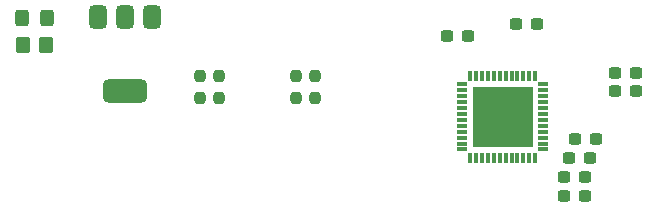
<source format=gtp>
G04 #@! TF.GenerationSoftware,KiCad,Pcbnew,8.0.8*
G04 #@! TF.CreationDate,2025-02-13T13:17:33+02:00*
G04 #@! TF.ProjectId,civic_serializer,63697669-635f-4736-9572-69616c697a65,rev?*
G04 #@! TF.SameCoordinates,Original*
G04 #@! TF.FileFunction,Paste,Top*
G04 #@! TF.FilePolarity,Positive*
%FSLAX46Y46*%
G04 Gerber Fmt 4.6, Leading zero omitted, Abs format (unit mm)*
G04 Created by KiCad (PCBNEW 8.0.8) date 2025-02-13 13:17:33*
%MOMM*%
%LPD*%
G01*
G04 APERTURE LIST*
G04 Aperture macros list*
%AMRoundRect*
0 Rectangle with rounded corners*
0 $1 Rounding radius*
0 $2 $3 $4 $5 $6 $7 $8 $9 X,Y pos of 4 corners*
0 Add a 4 corners polygon primitive as box body*
4,1,4,$2,$3,$4,$5,$6,$7,$8,$9,$2,$3,0*
0 Add four circle primitives for the rounded corners*
1,1,$1+$1,$2,$3*
1,1,$1+$1,$4,$5*
1,1,$1+$1,$6,$7*
1,1,$1+$1,$8,$9*
0 Add four rect primitives between the rounded corners*
20,1,$1+$1,$2,$3,$4,$5,0*
20,1,$1+$1,$4,$5,$6,$7,0*
20,1,$1+$1,$6,$7,$8,$9,0*
20,1,$1+$1,$8,$9,$2,$3,0*%
G04 Aperture macros list end*
%ADD10RoundRect,0.237500X-0.300000X-0.237500X0.300000X-0.237500X0.300000X0.237500X-0.300000X0.237500X0*%
%ADD11RoundRect,0.237500X-0.237500X0.250000X-0.237500X-0.250000X0.237500X-0.250000X0.237500X0.250000X0*%
%ADD12RoundRect,0.375000X-0.375000X0.625000X-0.375000X-0.625000X0.375000X-0.625000X0.375000X0.625000X0*%
%ADD13RoundRect,0.500000X-1.400000X0.500000X-1.400000X-0.500000X1.400000X-0.500000X1.400000X0.500000X0*%
%ADD14R,0.300000X0.900000*%
%ADD15R,0.900000X0.300000*%
%ADD16R,5.200000X5.200000*%
%ADD17RoundRect,0.250000X-0.325000X-0.450000X0.325000X-0.450000X0.325000X0.450000X-0.325000X0.450000X0*%
%ADD18RoundRect,0.250000X-0.350000X-0.450000X0.350000X-0.450000X0.350000X0.450000X-0.350000X0.450000X0*%
%ADD19RoundRect,0.237500X0.300000X0.237500X-0.300000X0.237500X-0.300000X-0.237500X0.300000X-0.237500X0*%
%ADD20RoundRect,0.237500X0.237500X-0.250000X0.237500X0.250000X-0.237500X0.250000X-0.237500X-0.250000X0*%
G04 APERTURE END LIST*
D10*
X149073900Y-89687600D03*
X150798900Y-89687600D03*
D11*
X117272000Y-84355500D03*
X117272000Y-86180500D03*
D10*
X152477500Y-85649000D03*
X154202500Y-85649000D03*
D12*
X113222000Y-79324000D03*
X110922000Y-79324000D03*
D13*
X110922000Y-85624000D03*
D12*
X108622000Y-79324000D03*
D10*
X148565900Y-91262400D03*
X150290900Y-91262400D03*
D11*
X127051000Y-84355500D03*
X127051000Y-86180500D03*
D10*
X148159500Y-94539000D03*
X149884500Y-94539000D03*
D14*
X140176000Y-91258000D03*
X140676000Y-91258000D03*
X141176000Y-91258000D03*
X141676000Y-91258000D03*
X142176000Y-91258000D03*
X142676000Y-91258000D03*
X143176000Y-91258000D03*
X143676000Y-91258000D03*
X144176000Y-91258000D03*
X144676000Y-91258000D03*
X145176000Y-91258000D03*
X145676000Y-91258000D03*
D15*
X146376000Y-90558000D03*
X146376000Y-90058000D03*
X146376000Y-89558000D03*
X146376000Y-89058000D03*
X146376000Y-88558000D03*
X146376000Y-88058000D03*
X146376000Y-87558000D03*
X146376000Y-87058000D03*
X146376000Y-86558000D03*
X146376000Y-86058000D03*
X146376000Y-85558000D03*
X146376000Y-85058000D03*
D14*
X145676000Y-84358000D03*
X145176000Y-84358000D03*
X144676000Y-84358000D03*
X144176000Y-84358000D03*
X143676000Y-84358000D03*
X143176000Y-84358000D03*
X142676000Y-84358000D03*
X142176000Y-84358000D03*
X141676000Y-84358000D03*
X141176000Y-84358000D03*
X140676000Y-84358000D03*
X140176000Y-84358000D03*
D15*
X139476000Y-85058000D03*
X139476000Y-85558000D03*
X139476000Y-86058000D03*
X139476000Y-86558000D03*
X139476000Y-87058000D03*
X139476000Y-87558000D03*
X139476000Y-88058000D03*
X139476000Y-88558000D03*
X139476000Y-89058000D03*
X139476000Y-89558000D03*
X139476000Y-90058000D03*
X139476000Y-90558000D03*
D16*
X142926000Y-87808000D03*
D17*
X102268000Y-79426000D03*
X104318000Y-79426000D03*
D18*
X102302000Y-81712000D03*
X104302000Y-81712000D03*
D19*
X145820500Y-79934000D03*
X144095500Y-79934000D03*
D20*
X118923000Y-86180500D03*
X118923000Y-84355500D03*
D10*
X148159500Y-92888000D03*
X149884500Y-92888000D03*
X138227000Y-80950000D03*
X139952000Y-80950000D03*
D20*
X125400000Y-86180500D03*
X125400000Y-84355500D03*
D10*
X152477500Y-84125000D03*
X154202500Y-84125000D03*
M02*

</source>
